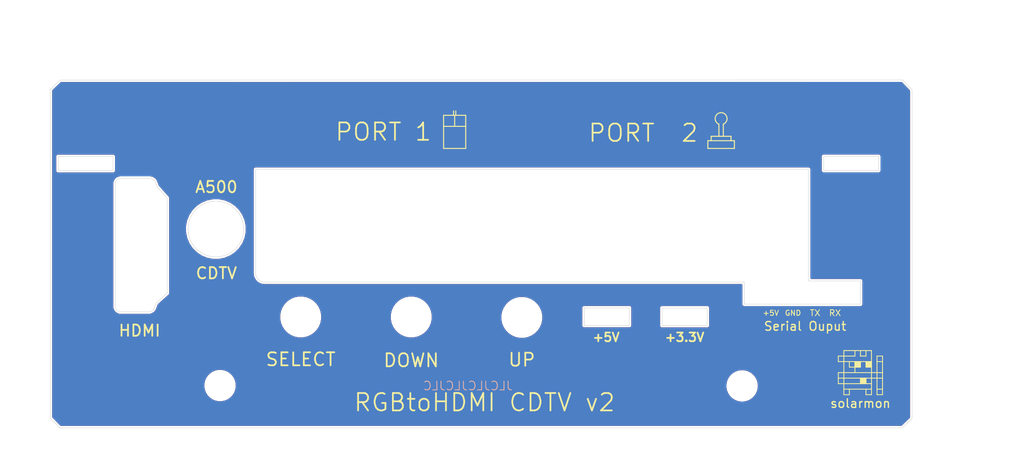
<source format=kicad_pcb>
(kicad_pcb (version 20211014) (generator pcbnew)
  (title_block (title "RGBtoHDMI CDTV Video Slot v2 - Face Plate") (date "2021-12-13") (rev "1"))
  (layers (0 "F.Cu" signal) (31 "B.Cu" signal) (34 "B.Paste" user) (35 "F.Paste" user) (36 "B.SilkS" user "B.Silkscreen") (37 "F.SilkS" user "F.Silkscreen") (38 "B.Mask" user) (39 "F.Mask" user) (44 "Edge.Cuts" user))
  (net 0 "")
  (footprint "MountingHole:MountingHole_3.2mm_M3" (layer "F.Cu") (at 149.479 95.1738)
    (fp_text reference "REF**" hide)
    (fp_text value "MountingHole_3.2mm_M3")
    (pad "" np_thru_hole circle locked (at 0 0) (size 3.2 3.2) (drill 3.2) (layers *.Cu *.Mask))
  )
  (footprint "MountingHole:MountingHole_3.2mm_M3" (layer "F.Cu") (at 89.5096 95.1357)
    (fp_text reference "REF**" hide)
    (fp_text value "MountingHole_3.2mm_M3")
    (pad "" np_thru_hole circle locked (at 0 0) (size 3.2 3.2) (drill 3.2) (layers *.Cu *.Mask))
  )
  (footprint "MountingHole:MountingHole_4.3mm_M4" (layer "F.Cu") (at 98.774 87.249)
    (fp_text reference "SELECT" (at 0 4.8768) (layer "F.SilkS") (effects (font (size 1.5 1.5) (thickness 0.2))))
    (fp_text value "MountingHole_4.3mm_M4")
    (pad "" np_thru_hole circle locked (at 0 0) (size 4.3 4.3) (drill 4.3) (layers *.Cu *.Mask))
  )
  (footprint "MountingHole:MountingHole_4.3mm_M4" (layer "F.Cu") (at 111.474 87.2998)
    (fp_text reference "DOWN" (at 0 4.9403) (layer "F.SilkS") (effects (font (size 1.5 1.5) (thickness 0.2))))
    (fp_text value "MountingHole_4.3mm_M4")
    (pad "" np_thru_hole circle locked (at 0 -0.0508) (size 4.3 4.3) (drill 4.3) (layers *.Cu *.Mask))
  )
  (footprint "MountingHole:MountingHole_4.3mm_M4" (layer "F.Cu") (at 124.174 87.2998)
    (fp_text reference "UP" (at 0 4.8768) (layer "F.SilkS") (effects (font (size 1.5 1.5) (thickness 0.2))))
    (fp_text value "MountingHole_4.3mm_M4")
    (pad "" np_thru_hole circle locked (at 0 0) (size 4.3 4.3) (drill 4.3) (layers *.Cu *.Mask))
  )
  (footprint "solarmon_library:solarmon-logo-25mils" (layer "F.Cu") (at 163.068 94.2848)
    (fp_text reference "solarmon" (at 0 2.9083) (layer "F.SilkS"))
    (fp_text value "solarmon-logo-25mils")
    (fp_poly (pts (xy 1.27 -2.54) (xy 0.635 -2.54) (xy 0.635 -3.175) (xy 1.27 -3.175)) (layer "F.Cu") (width 0.1) (fill solid))
    (fp_poly (pts (xy -1.27 0.635) (xy -1.905 0.635) (xy -1.905 0) (xy -1.27 0)) (layer "F.Cu") (width 0.1) (fill solid))
    (fp_poly (pts (xy -1.27 1.905) (xy -1.905 1.905) (xy -1.905 1.27) (xy -1.27 1.27)) (layer "F.Cu") (width 0.1) (fill solid))
    (fp_poly (pts (xy -1.27 -1.905) (xy -1.905 -1.905) (xy -1.905 -2.54) (xy -1.27 -2.54)) (layer "F.Cu") (width 0.1) (fill solid))
    (fp_poly (pts (xy 1.27 1.905) (xy 0.635 1.905) (xy 0.635 1.27) (xy 1.27 1.27)) (layer "F.Cu") (width 0.1) (fill solid))
    (fp_poly (pts (xy 0 -2.54) (xy -0.635 -2.54) (xy -0.635 -3.175) (xy 0 -3.175)) (layer "F.Cu") (width 0.1) (fill solid))
    (fp_poly (pts (xy -0.635 -1.905) (xy -1.27 -1.905) (xy -1.27 -2.54) (xy -0.635 -2.54)) (layer "F.Cu") (width 0.1) (fill solid))
    (fp_poly (pts (xy 2.54 -1.905) (xy 1.905 -1.905) (xy 1.905 -2.54) (xy 2.54 -2.54)) (layer "F.Cu") (width 0.1) (fill solid))
    (fp_poly (pts (xy 0.635 -1.905) (xy 0 -1.905) (xy 0 -2.54) (xy 0.635 -2.54)) (layer "F.Cu") (width 0.1) (fill solid))
    (fp_poly (pts (xy 1.27 -1.905) (xy 0.635 -1.905) (xy 0.635 -2.54) (xy 1.27 -2.54)) (layer "F.Cu") (width 0.1) (fill solid))
    (fp_poly (pts (xy 2.54 1.905) (xy 1.905 1.905) (xy 1.905 1.27) (xy 2.54 1.27)) (layer "F.Cu") (width 0.1) (fill solid))
    (fp_poly (pts (xy 0 0.635) (xy -0.635 0.635) (xy -0.635 0) (xy 0 0)) (layer "F.Cu") (width 0.1) (fill solid))
    (fp_poly (pts (xy -0.635 0.635) (xy -1.27 0.635) (xy -1.27 0) (xy -0.635 0)) (layer "F.Cu") (width 0.1) (fill solid))
    (fp_poly (pts (xy 1.27 0.635) (xy 0.635 0.635) (xy 0.635 0) (xy 1.27 0)) (layer "F.Cu") (width 0.1) (fill solid))
    (fp_poly (pts (xy 0 -1.905) (xy -0.635 -1.905) (xy -0.635 -2.54) (xy 0 -2.54)) (layer "F.Cu") (width 0.1) (fill solid))
    (fp_line (start 1.905 1.905) (end 2.54 1.905) (layer "F.SilkS") (width 0.1))
    (fp_line (start -1.27 -1.27) (end 0 -1.27) (layer "F.SilkS") (width 0.1))
    (fp_line (start -2.54 0.635) (end 1.27 0.635) (layer "F.SilkS") (width 0.1))
    (fp_line (start 1.905 -1.905) (end 2.54 -1.905) (layer "F.SilkS") (width 0.1))
    (fp_line (start -2.54 0.635) (end -2.54 -0.635) (layer "F.SilkS") (width 0.1))
    (fp_line (start -1.905 -3.175) (end 1.27 -3.175) (layer "F.SilkS") (width 0.1))
    (fp_line (start 0.635 1.905) (end 1.27 1.905) (layer "F.SilkS") (width 0.1))
    (fp_line (start -2.54 0) (end 2.54 0) (layer "F.SilkS") (width 0.1))
    (fp_line (start 0 -1.905) (end 0 -1.27) (layer "F.SilkS") (width 0.1))
    (fp_line (start 0 0) (end 0 0.635) (layer "F.SilkS") (width 0.1))
    (fp_line (start 0.635 -1.905) (end 0.635 -1.27) (layer "F.SilkS") (width 0.1))
    (fp_line (start -1.905 -3.175) (end -1.905 1.905) (layer "F.SilkS") (width 0.1))
    (fp_line (start -2.54 -2.54) (end -0.635 -2.54) (layer "F.SilkS") (width 0.1))
    (fp_line (start -0.635 -3.175) (end -0.635 -2.54) (layer "F.SilkS") (width 0.1))
    (fp_line (start 0 -3.175) (end 0 -2.54) (layer "F.SilkS") (width 0.1))
    (fp_line (start 1.905 -2.54) (end 2.54 -2.54) (layer "F.SilkS") (width 0.1))
    (fp_line (start 1.905 1.27) (end 2.54 1.27) (layer "F.SilkS") (width 0.1))
    (fp_line (start 0.635 -1.27) (end 1.27 -1.27) (layer "F.SilkS") (width 0.1))
    (fp_line (start 0 -2.54) (end 0.635 -2.54) (layer "F.SilkS") (width 0.1))
    (fp_line (start 0.635 0) (end 0.635 0.635) (layer "F.SilkS") (width 0.1))
    (fp_line (start 1.905 -2.54) (end 1.905 1.905) (layer "F.SilkS") (width 0.1))
    (fp_line (start -2.54 -1.905) (end -2.54 -2.54) (layer "F.SilkS") (width 0.1))
    (fp_line (start -1.27 -1.905) (end -1.27 -1.27) (layer "F.SilkS") (width 0.1))
    (fp_line (start 1.27 -3.175) (end 1.27 1.905) (layer "F.SilkS") (width 0.1))
    (fp_line (start 2.54 -2.54) (end 2.54 1.905) (layer "F.SilkS") (width 0.1))
    (fp_line (start -2.54 -0.635) (end 2.54 -0.635) (layer "F.SilkS") (width 0.1))
    (fp_line (start 0.635 1.27) (end 0.635 1.905) (layer "F.SilkS") (width 0.1))
    (fp_line (start -1.905 1.905) (end -1.27 1.905) (layer "F.SilkS") (width 0.1))
    (fp_line (start 0.635 -3.175) (end 0.635 -2.54) (layer "F.SilkS") (width 0.1))
    (fp_line (start -0.635 -1.905) (end -0.635 -0.635) (layer "F.SilkS") (width 0.1))
    (fp_line (start -1.27 1.27) (end -1.27 1.905) (layer "F.SilkS") (width 0.1))
    (fp_line (start -1.905 1.27) (end 1.27 1.27) (layer "F.SilkS") (width 0.1))
    (fp_line (start 1.27 -1.905) (end -2.54 -1.905) (layer "F.SilkS") (width 0.1))
    (fp_poly (pts (xy 0 -1.27) (xy -0.635 -1.27) (xy -0.635 -1.905) (xy 0 -1.905)) (layer "F.SilkS") (width 0.1) (fill solid))
    (fp_poly (pts (xy 1.27 -1.27) (xy 0.635 -1.27) (xy 0.635 -1.905) (xy 1.27 -1.905)) (layer "F.SilkS") (width 0.1) (fill solid))
    (fp_poly (pts (xy 0.635 0.635) (xy 0 0.635) (xy 0 0) (xy 0.635 0)) (layer "F.SilkS") (width 0.1) (fill solid))
  )
  (gr_line (start 115.189 67.8688) (end 115.189 64.0588) (layer "F.SilkS") (width 0.12))
  (gr_line (start 117.729 65.3288) (end 115.189 65.3288) (layer "F.SilkS") (width 0.12))
  (gr_line (start 116.459 65.3288) (end 116.459 64.0588) (layer "F.SilkS") (width 0.12))
  (gr_line (start 147.32 65.0748) (end 147.32 66.4718) (layer "F.SilkS") (width 0.12))
  (gr_line (start 145.923 66.4718) (end 145.923 66.9798) (layer "F.SilkS") (width 0.12))
  (gr_line (start 145.542 66.9798) (end 148.59 66.9798) (layer "F.SilkS") (width 0.12))
  (gr_line (start 145.542 67.8688) (end 148.59 67.8688) (layer "F.SilkS") (width 0.12))
  (gr_line (start 148.59 66.9798) (end 148.59 67.8688) (layer "F.SilkS") (width 0.12))
  (gr_line (start 145.542 66.9798) (end 145.542 67.8688) (layer "F.SilkS") (width 0.12))
  (gr_line (start 116.332 64.0588) (end 116.332 63.5508) (layer "F.SilkS") (width 0.12))
  (gr_line (start 116.586 64.0588) (end 116.586 63.5508) (layer "F.SilkS") (width 0.12))
  (gr_line (start 148.209 66.4718) (end 148.209 66.9798) (layer "F.SilkS") (width 0.12))
  (gr_line (start 115.189 64.0588) (end 117.729 64.0588) (layer "F.SilkS") (width 0.12))
  (gr_line (start 117.729 64.0588) (end 117.729 67.8688) (layer "F.SilkS") (width 0.12))
  (gr_line (start 145.923 66.4718) (end 148.209 66.4718) (layer "F.SilkS") (width 0.12))
  (gr_arc (start 146.812001 65.0748) (mid 147.066 63.755884) (end 147.32 65.0748) (layer "F.SilkS") (width 0.12))
  (gr_line (start 146.812 65.0748) (end 146.812 66.4718) (layer "F.SilkS") (width 0.12))
  (gr_line (start 117.729 67.8688) (end 115.189 67.8688) (layer "F.SilkS") (width 0.12))
  (gr_line (start 71.12 60.0075) (end 167.9194 59.9948) (layer "Edge.Cuts") (width 0.05))
  (gr_line (start 71.0819 99.9998) (end 167.8813 99.9998) (layer "Edge.Cuts") (width 0.05))
  (gr_line (start 168.9989 61.1124) (end 168.9989 98.9203) (layer "Edge.Cuts") (width 0.05))
  (gr_line (start 168.9989 61.1124) (end 167.9194 59.9948) (layer "Edge.Cuts") (width 0.05))
  (gr_line (start 168.9989 98.9203) (end 167.8813 99.9998) (layer "Edge.Cuts") (width 0.05))
  (gr_line (start 70.0024 98.8822) (end 71.0819 99.9998) (layer "Edge.Cuts") (width 0.05))
  (gr_line (start 149.733 83.2358) (end 94.615 83.2358) (layer "Edge.Cuts") (width 0.05))
  (gr_line (start 77.216 68.8086) (end 70.9168 68.8086) (layer "Edge.Cuts") (width 0.05))
  (gr_line (start 165.1508 68.7959) (end 158.8516 68.7959) (layer "Edge.Cuts") (width 0.05))
  (gr_line (start 136.525 86.2076) (end 131.3434 86.2076) (layer "Edge.Cuts") (width 0.05))
  (gr_line (start 140.2842 86.2203) (end 140.2842 88.2269) (layer "Edge.Cuts") (width 0.05))
  (gr_line (start 140.2842 88.2269) (end 145.4658 88.2269) (layer "Edge.Cuts") (width 0.05))
  (gr_line (start 145.4658 88.2269) (end 145.4658 86.2203) (layer "Edge.Cuts") (width 0.05))
  (gr_line (start 145.4658 86.2203) (end 140.2842 86.2203) (layer "Edge.Cuts") (width 0.05))
  (gr_line (start 149.733 83.2358) (end 149.733 85.7758) (layer "Edge.Cuts") (width 0.05))
  (gr_line (start 163.068 83.1088) (end 157.099 83.1088) (layer "Edge.Cuts") (width 0.05))
  (gr_line (start 163.068 85.7758) (end 149.733 85.7758) (layer "Edge.Cuts") (width 0.05))
  (gr_line (start 163.068 83.1088) (end 163.068 85.7758) (layer "Edge.Cuts") (width 0.05))
  (gr_line (start 77.47 86.0298) (end 77.47 71.9328) (layer "Edge.Cuts") (width 0.05))
  (gr_line (start 81.407 71.2978) (end 78.105 71.2978) (layer "Edge.Cuts") (width 0.05))
  (gr_line (start 81.28 86.6648) (end 78.105 86.6648) (layer "Edge.Cuts") (width 0.05))
  (gr_line (start 83.439 84.5058) (end 83.439 73.5838) (layer "Edge.Cuts") (width 0.05))
  (gr_line (start 83.439 84.5058) (end 82.299682 85.526351) (layer "Edge.Cuts") (width 0.05))
  (gr_line (start 82.042 71.657331) (end 82.198981 72.0598) (layer "Edge.Cuts") (width 0.05))
  (gr_line (start 82.426682 72.436249) (end 83.439 73.5838) (layer "Edge.Cuts") (width 0.05))
  (gr_arc (start 78.105 86.6648) (mid 77.655987 86.478813) (end 77.47 86.0298) (layer "Edge.Cuts") (width 0.05))
  (gr_arc (start 81.407 71.2978) (mid 81.771859 71.393921) (end 82.042 71.657331) (layer "Edge.Cuts") (width 0.05))
  (gr_arc (start 82.426682 72.436249) (mid 82.279883 72.267954) (end 82.198981 72.0598) (layer "Edge.Cuts") (width 0.05))
  (gr_arc (start 82.071981 85.9028) (mid 82.152882 85.694646) (end 82.299682 85.526351) (layer "Edge.Cuts") (width 0.05))
  (gr_arc (start 81.915 86.305269) (mid 81.644859 86.568679) (end 81.28 86.6648) (layer "Edge.Cuts") (width 0.05))
  (gr_line (start 81.915 86.305269) (end 82.071981 85.9028) (layer "Edge.Cuts") (width 0.05))
  (gr_arc (start 94.615 83.2358) (mid 93.89658 82.93822) (end 93.599 82.2198) (layer "Edge.Cuts") (width 0.05))
  (gr_line (start 157.099 70.2818) (end 157.099 83.1088) (layer "Edge.Cuts") (width 0.05))
  (gr_line (start 77.216 70.4088) (end 77.216 68.8086) (layer "Edge.Cuts") (width 0.05))
  (gr_line (start 158.8516 68.7959) (end 158.8516 70.3961) (layer "Edge.Cuts") (width 0.05))
  (gr_line (start 136.525 88.2142) (end 136.525 86.2076) (layer "Edge.Cuts") (width 0.05))
  (gr_line (start 131.3434 88.2142) (end 136.525 88.2142) (layer "Edge.Cuts") (width 0.05))
  (gr_line (start 93.599 82.2198) (end 93.599 70.2818) (layer "Edge.Cuts") (width 0.05))
  (gr_line (start 165.1508 70.3961) (end 165.1508 68.7959) (layer "Edge.Cuts") (width 0.05))
  (gr_line (start 158.8516 70.3961) (end 165.1508 70.3961) (layer "Edge.Cuts") (width 0.05))
  (gr_line (start 93.599 70.2818) (end 157.099 70.2818) (layer "Edge.Cuts") (width 0.05))
  (gr_arc (start 77.47 71.9328) (mid 77.655987 71.483787) (end 78.105 71.2978) (layer "Edge.Cuts") (width 0.05))
  (gr_line (start 131.3434 86.2076) (end 131.3434 88.2142) (layer "Edge.Cuts") (width 0.05))
  (gr_line (start 70.0024 61.087) (end 71.12 60.0075) (layer "Edge.Cuts") (width 0.05))
  (gr_line (start 70.9168 68.8086) (end 70.9168 70.4088) (layer "Edge.Cuts") (width 0.05))
  (gr_line (start 70.9168 70.4088) (end 77.216 70.4088) (layer "Edge.Cuts") (width 0.05))
  (gr_line (start 70.0024 61.087) (end 70.0024 98.8822) (layer "Edge.Cuts") (width 0.05))
  (gr_circle (center 89.027 77.1398) (end 92.227 77.1398) (layer "Edge.Cuts") (width 0.05) (fill none))
  (gr_text "JLCJLCJLCJLC" (at 117.983 95.1738) (layer "B.SilkS") (effects (font (size 1 1) (thickness 0.1)) (justify mirror)))
  (gr_text "+5V" (at 133.858 89.5858) (layer "F.SilkS") (effects (font (size 1 1) (thickness 0.2))))
  (gr_text "+3.3V" (at 142.875 89.5858) (layer "F.SilkS") (effects (font (size 1 1) (thickness 0.2))))
  (gr_text "Serial Ouput" (at 156.718 88.3158) (layer "F.SilkS") (effects (font (size 1 1))))
  (gr_text "RX" (at 160.147 86.7918) (layer "F.SilkS") (effects (font (size 0.7 0.7) (thickness 0.1))))
  (gr_text "TX" (at 157.861 86.7918) (layer "F.SilkS") (effects (font (size 0.7 0.7) (thickness 0.1))))
  (gr_text "GND" (at 155.321 86.7918) (layer "F.SilkS") (effects (font (size 0.6 0.6) (thickness 0.1))))
  (gr_text "+5V" (at 152.781 86.7918) (layer "F.SilkS") (effects (font (size 0.6 0.6) (thickness 0.1))))
  (gr_text "PORT 1" (at 108.2675 65.9638) (layer "F.SilkS") (effects (font (size 2 2) (thickness 0.2))))
  (gr_text "PORT  2" (at 138.1125 66.0908) (layer "F.SilkS") (effects (font (size 2 2) (thickness 0.2))))
  (gr_text "CDTV" (at 89.0905 82.2198) (layer "F.SilkS") (effects (font (size 1.3 1.3) (thickness 0.2))))
  (gr_text "A500" (at 89.0905 72.3138) (layer "F.SilkS") (effects (font (size 1.3 1.3) (thickness 0.2))))
  (gr_text "HDMI" (at 80.264 88.8238) (layer "F.SilkS") (effects (font (size 1.3 1.3) (thickness 0.2))))
  (gr_text "RGBtoHDMI CDTV v2" (at 119.888 97.0788) (layer "F.SilkS") (effects (font (size 2 2) (thickness 0.2))))
  (zone (net 0) (net_name "") (layer "F.Cu") (connect_pads (clearance 0.2)) (min_thickness 0.2) (fill yes (thermal_gap 0.2) (thermal_bridge_width 0.508) (smoothing fillet) (radius 0.5))
    (polygon (pts (xy 179.705 102.87) (xy 66.675 102.235) (xy 66.675 53.34) (xy 179.705 53.34)))
  )
  (zone (net 0) (net_name "") (layer "F.Cu") (connect_pads (clearance 0)) (min_thickness 0.254)
    (keepout (tracks not_allowed) (vias not_allowed) (pads allowed) (copperpour not_allowed) (footprints allowed))
    (fill (thermal_gap 0.254) (thermal_bridge_width 0.508))
    (polygon (pts (xy 166.751 98.2218) (xy 159.385 98.2218) (xy 159.385 90.4748) (xy 166.751 90.4748)))
  )
  (zone (net 0) (net_name "") (layer "B.Cu") (connect_pads (clearance 0.2)) (min_thickness 0.2) (fill yes (thermal_gap 0.2) (thermal_bridge_width 0.508) (smoothing fillet) (radius 0.5))
    (polygon (pts (xy 181.879226 105.0925) (xy 64.500775 104.4575) (xy 64.231549 50.8) (xy 181.61 50.8)))
  )
)
</source>
